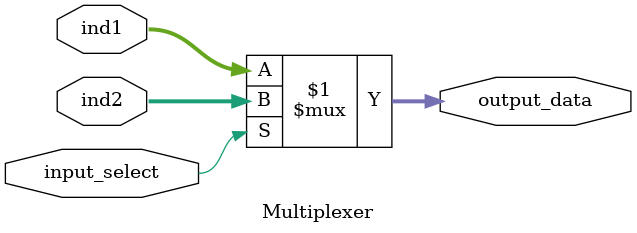
<source format=v>
module Multiplexer (ind1, ind2, input_select, output_data);

	input input_select;
	input [63:0] ind1, ind2;
	output[63:0] output_data;

	assign output_data = input_select ? ind2 : ind1;

endmodule
</source>
